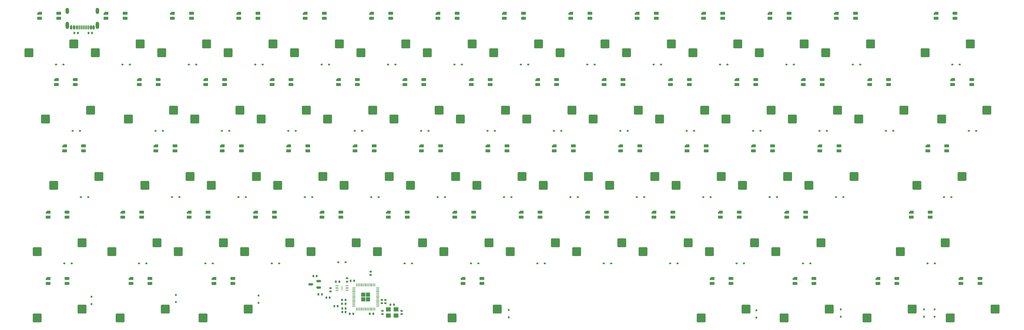
<source format=gbr>
%TF.GenerationSoftware,KiCad,Pcbnew,8.0.3*%
%TF.CreationDate,2024-11-03T23:45:20+08:00*%
%TF.ProjectId,PH60_Rev2,50483630-5f52-4657-9632-2e6b69636164,rev?*%
%TF.SameCoordinates,Original*%
%TF.FileFunction,Paste,Bot*%
%TF.FilePolarity,Positive*%
%FSLAX46Y46*%
G04 Gerber Fmt 4.6, Leading zero omitted, Abs format (unit mm)*
G04 Created by KiCad (PCBNEW 8.0.3) date 2024-11-03 23:45:20*
%MOMM*%
%LPD*%
G01*
G04 APERTURE LIST*
G04 Aperture macros list*
%AMRoundRect*
0 Rectangle with rounded corners*
0 $1 Rounding radius*
0 $2 $3 $4 $5 $6 $7 $8 $9 X,Y pos of 4 corners*
0 Add a 4 corners polygon primitive as box body*
4,1,4,$2,$3,$4,$5,$6,$7,$8,$9,$2,$3,0*
0 Add four circle primitives for the rounded corners*
1,1,$1+$1,$2,$3*
1,1,$1+$1,$4,$5*
1,1,$1+$1,$6,$7*
1,1,$1+$1,$8,$9*
0 Add four rect primitives between the rounded corners*
20,1,$1+$1,$2,$3,$4,$5,0*
20,1,$1+$1,$4,$5,$6,$7,0*
20,1,$1+$1,$6,$7,$8,$9,0*
20,1,$1+$1,$8,$9,$2,$3,0*%
%AMFreePoly0*
4,1,18,-0.410000,0.593000,-0.403758,0.624380,-0.385983,0.650983,-0.359380,0.668758,-0.328000,0.675000,0.328000,0.675000,0.359380,0.668758,0.385983,0.650983,0.403758,0.624380,0.410000,0.593000,0.410000,-0.593000,0.403758,-0.624380,0.385983,-0.650983,0.359380,-0.668758,0.328000,-0.675000,0.000000,-0.675000,-0.410000,-0.265000,-0.410000,0.593000,-0.410000,0.593000,$1*%
%AMFreePoly1*
4,1,19,0.563745,0.600348,0.608674,0.548497,0.619677,0.497915,0.619677,-0.497915,0.600348,-0.563745,0.548497,-0.608674,0.497915,-0.619677,-0.497915,-0.619677,-0.563745,-0.600348,-0.608674,-0.548497,-0.619677,-0.497915,-0.619677,0.397045,-0.600348,0.462875,-0.584014,0.483144,-0.483144,0.584014,-0.422927,0.616894,-0.397045,0.619677,0.497915,0.619677,0.563745,0.600348,0.563745,0.600348,
$1*%
%AMFreePoly2*
4,1,19,0.563745,0.600348,0.608674,0.548497,0.619677,0.497915,0.619677,-0.497915,0.600348,-0.563745,0.548497,-0.608674,0.497915,-0.619677,-0.397045,-0.619677,-0.462875,-0.600348,-0.483144,-0.584014,-0.584014,-0.483144,-0.616894,-0.422927,-0.619677,-0.397045,-0.619677,0.497915,-0.600348,0.563745,-0.548497,0.608674,-0.497915,0.619677,0.497915,0.619677,0.563745,0.600348,0.563745,0.600348,
$1*%
%AMFreePoly3*
4,1,19,0.462875,0.600348,0.483144,0.584014,0.584014,0.483144,0.616894,0.422927,0.619677,0.397045,0.619677,-0.497915,0.600348,-0.563745,0.548497,-0.608674,0.497915,-0.619677,-0.497915,-0.619677,-0.563745,-0.600348,-0.608674,-0.548497,-0.619677,-0.497915,-0.619677,0.497915,-0.600348,0.563745,-0.548497,0.608674,-0.497915,0.619677,0.397045,0.619677,0.462875,0.600348,0.462875,0.600348,
$1*%
%AMFreePoly4*
4,1,19,0.563745,0.600348,0.608674,0.548497,0.619677,0.497915,0.619677,-0.397045,0.600348,-0.462875,0.584014,-0.483144,0.483144,-0.584014,0.422927,-0.616894,0.397045,-0.619677,-0.497915,-0.619677,-0.563745,-0.600348,-0.608674,-0.548497,-0.619677,-0.497915,-0.619677,0.497915,-0.600348,0.563745,-0.548497,0.608674,-0.497915,0.619677,0.497915,0.619677,0.563745,0.600348,0.563745,0.600348,
$1*%
G04 Aperture macros list end*
%ADD10RoundRect,0.250000X1.025000X1.000000X-1.025000X1.000000X-1.025000X-1.000000X1.025000X-1.000000X0*%
%ADD11RoundRect,0.112500X-0.187500X-0.112500X0.187500X-0.112500X0.187500X0.112500X-0.187500X0.112500X0*%
%ADD12RoundRect,0.082000X-0.593000X0.328000X-0.593000X-0.328000X0.593000X-0.328000X0.593000X0.328000X0*%
%ADD13FreePoly0,270.000000*%
%ADD14RoundRect,0.140000X0.140000X0.170000X-0.140000X0.170000X-0.140000X-0.170000X0.140000X-0.170000X0*%
%ADD15RoundRect,0.140000X-0.170000X0.140000X-0.170000X-0.140000X0.170000X-0.140000X0.170000X0.140000X0*%
%ADD16RoundRect,0.112500X-0.112500X0.187500X-0.112500X-0.187500X0.112500X-0.187500X0.112500X0.187500X0*%
%ADD17RoundRect,0.140000X-0.140000X-0.170000X0.140000X-0.170000X0.140000X0.170000X-0.140000X0.170000X0*%
%ADD18RoundRect,0.150000X0.512500X0.150000X-0.512500X0.150000X-0.512500X-0.150000X0.512500X-0.150000X0*%
%ADD19FreePoly1,270.000000*%
%ADD20FreePoly2,270.000000*%
%ADD21FreePoly3,270.000000*%
%ADD22FreePoly4,270.000000*%
%ADD23RoundRect,0.050000X-0.050000X0.387500X-0.050000X-0.387500X0.050000X-0.387500X0.050000X0.387500X0*%
%ADD24RoundRect,0.050000X-0.387500X0.050000X-0.387500X-0.050000X0.387500X-0.050000X0.387500X0.050000X0*%
%ADD25RoundRect,0.135000X-0.135000X-0.185000X0.135000X-0.185000X0.135000X0.185000X-0.135000X0.185000X0*%
%ADD26RoundRect,0.112500X0.112500X-0.187500X0.112500X0.187500X-0.112500X0.187500X-0.112500X-0.187500X0*%
%ADD27RoundRect,0.135000X0.135000X0.185000X-0.135000X0.185000X-0.135000X-0.185000X0.135000X-0.185000X0*%
%ADD28RoundRect,0.140000X0.170000X-0.140000X0.170000X0.140000X-0.170000X0.140000X-0.170000X-0.140000X0*%
%ADD29RoundRect,0.040000X0.040000X0.605000X-0.040000X0.605000X-0.040000X-0.605000X0.040000X-0.605000X0*%
%ADD30RoundRect,0.062500X0.387500X0.062500X-0.387500X0.062500X-0.387500X-0.062500X0.387500X-0.062500X0*%
%ADD31RoundRect,0.135000X-0.185000X0.135000X-0.185000X-0.135000X0.185000X-0.135000X0.185000X0.135000X0*%
%ADD32RoundRect,0.150000X-0.150000X-0.425000X0.150000X-0.425000X0.150000X0.425000X-0.150000X0.425000X0*%
%ADD33RoundRect,0.075000X-0.075000X-0.500000X0.075000X-0.500000X0.075000X0.500000X-0.075000X0.500000X0*%
%ADD34O,1.000000X1.800000*%
%ADD35O,1.000000X2.100000*%
%ADD36R,1.400000X1.200000*%
G04 APERTURE END LIST*
D10*
%TO.C,S30*%
X78522500Y-78740000D03*
X65595500Y-81280000D03*
%TD*%
%TO.C,S27*%
X283310000Y-59690000D03*
X270383000Y-62230000D03*
%TD*%
%TO.C,S42*%
X47566250Y-97790000D03*
X34639250Y-100330000D03*
%TD*%
%TO.C,S32*%
X116622500Y-78740000D03*
X103695500Y-81280000D03*
%TD*%
%TO.C,S38*%
X230922500Y-78740000D03*
X217995500Y-81280000D03*
%TD*%
%TO.C,S35*%
X173772500Y-78740000D03*
X160845500Y-81280000D03*
%TD*%
%TO.C,S4*%
X102335000Y-40640000D03*
X89408000Y-43180000D03*
%TD*%
%TO.C,S2*%
X64235000Y-40640000D03*
X51308000Y-43180000D03*
%TD*%
%TO.C,S22*%
X188060000Y-59690000D03*
X175133000Y-62230000D03*
%TD*%
%TO.C,S28*%
X307122500Y-59690000D03*
X294195500Y-62230000D03*
%TD*%
%TO.C,S46*%
X126147500Y-97790000D03*
X113220500Y-100330000D03*
%TD*%
%TO.C,S1*%
X45185000Y-40640000D03*
X32258000Y-43180000D03*
%TD*%
%TO.C,S54*%
X295216250Y-97790000D03*
X282289250Y-100330000D03*
%TD*%
%TO.C,S10*%
X216635000Y-40640000D03*
X203708000Y-43180000D03*
%TD*%
%TO.C,S34*%
X154722500Y-78740000D03*
X141795500Y-81280000D03*
%TD*%
%TO.C,S15*%
X49947500Y-59690000D03*
X37020500Y-62230000D03*
%TD*%
%TO.C,S56*%
X71378750Y-116840000D03*
X58451750Y-119380000D03*
%TD*%
%TO.C,S20*%
X149960000Y-59690000D03*
X137033000Y-62230000D03*
%TD*%
%TO.C,S17*%
X92810000Y-59690000D03*
X79883000Y-62230000D03*
%TD*%
%TO.C,S31*%
X97572500Y-78740000D03*
X84645500Y-81280000D03*
%TD*%
%TO.C,S48*%
X164247500Y-97790000D03*
X151320500Y-100330000D03*
%TD*%
%TO.C,S51*%
X221397500Y-97790000D03*
X208470500Y-100330000D03*
%TD*%
%TO.C,S23*%
X207110000Y-59690000D03*
X194183000Y-62230000D03*
%TD*%
%TO.C,S50*%
X202347500Y-97790000D03*
X189420500Y-100330000D03*
%TD*%
%TO.C,S18*%
X111860000Y-59690000D03*
X98933000Y-62230000D03*
%TD*%
%TO.C,S33*%
X135672500Y-78740000D03*
X122745500Y-81280000D03*
%TD*%
%TO.C,S61*%
X285691250Y-116840000D03*
X272764250Y-119380000D03*
%TD*%
%TO.C,S16*%
X73760000Y-59690000D03*
X60833000Y-62230000D03*
%TD*%
%TO.C,S60*%
X261878750Y-116840000D03*
X248951750Y-119380000D03*
%TD*%
%TO.C,S58*%
X166628750Y-116840000D03*
X153701750Y-119380000D03*
%TD*%
%TO.C,S24*%
X226160000Y-59690000D03*
X213233000Y-62230000D03*
%TD*%
%TO.C,S29*%
X52328750Y-78740000D03*
X39401750Y-81280000D03*
%TD*%
%TO.C,S37*%
X211872500Y-78740000D03*
X198945500Y-81280000D03*
%TD*%
%TO.C,S43*%
X68997500Y-97790000D03*
X56070500Y-100330000D03*
%TD*%
%TO.C,S3*%
X83285000Y-40640000D03*
X70358000Y-43180000D03*
%TD*%
%TO.C,S36*%
X192822500Y-78740000D03*
X179895500Y-81280000D03*
%TD*%
%TO.C,S6*%
X140435000Y-40640000D03*
X127508000Y-43180000D03*
%TD*%
%TO.C,S55*%
X47566250Y-116840000D03*
X34639250Y-119380000D03*
%TD*%
%TO.C,S25*%
X245210000Y-59690000D03*
X232283000Y-62230000D03*
%TD*%
%TO.C,S9*%
X197585000Y-40640000D03*
X184658000Y-43180000D03*
%TD*%
%TO.C,S26*%
X264260000Y-59690000D03*
X251333000Y-62230000D03*
%TD*%
%TO.C,S11*%
X235685000Y-40640000D03*
X222758000Y-43180000D03*
%TD*%
%TO.C,S59*%
X238066250Y-116840000D03*
X225139250Y-119380000D03*
%TD*%
%TO.C,S53*%
X259497500Y-97790000D03*
X246570500Y-100330000D03*
%TD*%
%TO.C,S12*%
X254735000Y-40640000D03*
X241808000Y-43180000D03*
%TD*%
%TO.C,S57*%
X95191250Y-116840000D03*
X82264250Y-119380000D03*
%TD*%
%TO.C,S8*%
X178535000Y-40640000D03*
X165608000Y-43180000D03*
%TD*%
%TO.C,S13*%
X273785000Y-40640000D03*
X260858000Y-43180000D03*
%TD*%
%TO.C,S14*%
X302360000Y-40640000D03*
X289433000Y-43180000D03*
%TD*%
%TO.C,S21*%
X169010000Y-59690000D03*
X156083000Y-62230000D03*
%TD*%
%TO.C,S19*%
X130910000Y-59690000D03*
X117983000Y-62230000D03*
%TD*%
%TO.C,S5*%
X121385000Y-40640000D03*
X108458000Y-43180000D03*
%TD*%
%TO.C,S45*%
X107097500Y-97790000D03*
X94170500Y-100330000D03*
%TD*%
%TO.C,S62*%
X309503750Y-116840000D03*
X296576750Y-119380000D03*
%TD*%
%TO.C,S52*%
X240447500Y-97790000D03*
X227520500Y-100330000D03*
%TD*%
%TO.C,S7*%
X159485000Y-40640000D03*
X146558000Y-43180000D03*
%TD*%
%TO.C,S41*%
X299978750Y-78740000D03*
X287051750Y-81280000D03*
%TD*%
%TO.C,S49*%
X183297500Y-97790000D03*
X170370500Y-100330000D03*
%TD*%
%TO.C,S44*%
X88047500Y-97790000D03*
X75120500Y-100330000D03*
%TD*%
%TO.C,S39*%
X249972500Y-78740000D03*
X237045500Y-81280000D03*
%TD*%
%TO.C,S40*%
X269022500Y-78740000D03*
X256095500Y-81280000D03*
%TD*%
%TO.C,S47*%
X145197500Y-97790000D03*
X132270500Y-100330000D03*
%TD*%
D11*
%TO.C,D21*%
X163874999Y-65650000D03*
X165974999Y-65650000D03*
%TD*%
D12*
%TO.C,RGB20*%
X145600000Y-52400000D03*
X145600000Y-50900000D03*
D13*
X140150000Y-50900000D03*
D12*
X140150000Y-52400000D03*
%TD*%
D14*
%TO.C,C13*%
X125305000Y-118275000D03*
X124345000Y-118275000D03*
%TD*%
D15*
%TO.C,C3*%
X133737500Y-117370000D03*
X133737500Y-118330000D03*
%TD*%
D11*
%TO.C,D46*%
X121035000Y-103435000D03*
X123135000Y-103435000D03*
%TD*%
D16*
%TO.C,D55*%
X50225000Y-113335000D03*
X50225000Y-115435000D03*
%TD*%
D12*
%TO.C,RGB58*%
X162268750Y-109550000D03*
X162268750Y-108050000D03*
D13*
X156818750Y-108050000D03*
D12*
X156818750Y-109550000D03*
%TD*%
%TO.C,RGB14*%
X298000000Y-33350000D03*
X298000000Y-31850000D03*
D13*
X292550000Y-31850000D03*
D12*
X292550000Y-33350000D03*
%TD*%
D14*
%TO.C,C8*%
X120855000Y-116000000D03*
X119895000Y-116000000D03*
%TD*%
D17*
%TO.C,C18*%
X115370000Y-112625000D03*
X116330000Y-112625000D03*
%TD*%
D18*
%TO.C,U1*%
X115425000Y-108825000D03*
X115425000Y-110725000D03*
X113150000Y-109775000D03*
%TD*%
D12*
%TO.C,RGB55*%
X43206250Y-109550000D03*
X43206250Y-108050000D03*
D13*
X37756250Y-108050000D03*
D12*
X37756250Y-109550000D03*
%TD*%
D11*
%TO.C,D7*%
X154349999Y-46600000D03*
X156449999Y-46600000D03*
%TD*%
D19*
%TO.C,U3*%
X129575000Y-112725000D03*
D20*
X128225000Y-112725000D03*
D21*
X129575000Y-114075000D03*
D22*
X128225000Y-114075000D03*
D23*
X126300000Y-109962500D03*
X126700000Y-109962500D03*
X127100000Y-109962500D03*
X127500000Y-109962500D03*
X127900000Y-109962500D03*
X128300000Y-109962500D03*
X128700000Y-109962500D03*
X129100000Y-109962500D03*
X129500000Y-109962500D03*
X129900000Y-109962500D03*
X130300000Y-109962500D03*
X130700000Y-109962500D03*
X131100000Y-109962500D03*
X131500000Y-109962500D03*
D24*
X132337500Y-110800000D03*
X132337500Y-111200000D03*
X132337500Y-111600000D03*
X132337500Y-112000000D03*
X132337500Y-112400000D03*
X132337500Y-112800000D03*
X132337500Y-113200000D03*
X132337500Y-113600000D03*
X132337500Y-114000000D03*
X132337500Y-114400000D03*
X132337500Y-114800000D03*
X132337500Y-115200000D03*
X132337500Y-115600000D03*
X132337500Y-116000000D03*
D23*
X131500000Y-116837500D03*
X131100000Y-116837500D03*
X130700000Y-116837500D03*
X130300000Y-116837500D03*
X129900000Y-116837500D03*
X129500000Y-116837500D03*
X129100000Y-116837500D03*
X128700000Y-116837500D03*
X128300000Y-116837500D03*
X127900000Y-116837500D03*
X127500000Y-116837500D03*
X127100000Y-116837500D03*
X126700000Y-116837500D03*
X126300000Y-116837500D03*
D24*
X125462500Y-116000000D03*
X125462500Y-115600000D03*
X125462500Y-115200000D03*
X125462500Y-114800000D03*
X125462500Y-114400000D03*
X125462500Y-114000000D03*
X125462500Y-113600000D03*
X125462500Y-113200000D03*
X125462500Y-112800000D03*
X125462500Y-112400000D03*
X125462500Y-112000000D03*
X125462500Y-111600000D03*
X125462500Y-111200000D03*
X125462500Y-110800000D03*
%TD*%
D11*
%TO.C,D15*%
X44812499Y-65650000D03*
X46912499Y-65650000D03*
%TD*%
D12*
%TO.C,RGB57*%
X90831250Y-109550000D03*
X90831250Y-108050000D03*
D13*
X85381250Y-108050000D03*
D12*
X85381250Y-109550000D03*
%TD*%
%TO.C,RGB38*%
X226562500Y-71450000D03*
X226562500Y-69950000D03*
D13*
X221112500Y-69950000D03*
D12*
X221112500Y-71450000D03*
%TD*%
%TO.C,RGB37*%
X207512500Y-71450000D03*
X207512500Y-69950000D03*
D13*
X202062500Y-69950000D03*
D12*
X202062500Y-71450000D03*
%TD*%
D11*
%TO.C,D43*%
X63862499Y-103750000D03*
X65962499Y-103750000D03*
%TD*%
%TO.C,D22*%
X182924999Y-65650000D03*
X185024999Y-65650000D03*
%TD*%
%TO.C,D44*%
X82912499Y-103750000D03*
X85012499Y-103750000D03*
%TD*%
D25*
%TO.C,R5*%
X135977500Y-115600000D03*
X136997500Y-115600000D03*
%TD*%
D12*
%TO.C,RGB52*%
X236087500Y-90500000D03*
X236087500Y-89000000D03*
D13*
X230637500Y-89000000D03*
D12*
X230637500Y-90500000D03*
%TD*%
D25*
%TO.C,R7*%
X49375000Y-37575000D03*
X50395000Y-37575000D03*
%TD*%
D26*
%TO.C,D58*%
X169975000Y-119215000D03*
X169975000Y-117115000D03*
%TD*%
D11*
%TO.C,D20*%
X144824999Y-65650000D03*
X146924999Y-65650000D03*
%TD*%
D12*
%TO.C,RGB3*%
X78925000Y-33350000D03*
X78925000Y-31850000D03*
D13*
X73475000Y-31850000D03*
D12*
X73475000Y-33350000D03*
%TD*%
%TO.C,RGB60*%
X257518750Y-109550000D03*
X257518750Y-108050000D03*
D13*
X252068750Y-108050000D03*
D12*
X252068750Y-109550000D03*
%TD*%
%TO.C,RGB5*%
X117025000Y-33350000D03*
X117025000Y-31850000D03*
D13*
X111575000Y-31850000D03*
D12*
X111575000Y-33350000D03*
%TD*%
%TO.C,RGB16*%
X69400000Y-52400000D03*
X69400000Y-50900000D03*
D13*
X63950000Y-50900000D03*
D12*
X63950000Y-52400000D03*
%TD*%
D11*
%TO.C,D19*%
X125774999Y-65650000D03*
X127874999Y-65650000D03*
%TD*%
D14*
%TO.C,C16*%
X118567500Y-113600000D03*
X117607500Y-113600000D03*
%TD*%
D11*
%TO.C,D4*%
X97199999Y-46600000D03*
X99299999Y-46600000D03*
%TD*%
%TO.C,D13*%
X268649999Y-46600000D03*
X270749999Y-46600000D03*
%TD*%
%TO.C,D29*%
X47193749Y-84700000D03*
X49293749Y-84700000D03*
%TD*%
D12*
%TO.C,RGB24*%
X221800000Y-52400000D03*
X221800000Y-50900000D03*
D13*
X216350000Y-50900000D03*
D12*
X216350000Y-52400000D03*
%TD*%
D11*
%TO.C,D11*%
X230549999Y-46600000D03*
X232649999Y-46600000D03*
%TD*%
D17*
%TO.C,C5*%
X120357500Y-109000000D03*
X121317500Y-109000000D03*
%TD*%
D12*
%TO.C,RGB18*%
X107500000Y-52400000D03*
X107500000Y-50900000D03*
D13*
X102050000Y-50900000D03*
D12*
X102050000Y-52400000D03*
%TD*%
%TO.C,RGB27*%
X278950000Y-52400000D03*
X278950000Y-50900000D03*
D13*
X273500000Y-50900000D03*
D12*
X273500000Y-52400000D03*
%TD*%
%TO.C,RGB34*%
X150362500Y-71450000D03*
X150362500Y-69950000D03*
D13*
X144912500Y-69950000D03*
D12*
X144912500Y-71450000D03*
%TD*%
%TO.C,RGB47*%
X140837500Y-90500000D03*
X140837500Y-89000000D03*
D13*
X135387500Y-89000000D03*
D12*
X135387500Y-90500000D03*
%TD*%
D17*
%TO.C,C9*%
X130107500Y-118250000D03*
X131067500Y-118250000D03*
%TD*%
D11*
%TO.C,D2*%
X59099999Y-46600000D03*
X61199999Y-46600000D03*
%TD*%
D12*
%TO.C,RGB29*%
X47968750Y-71450000D03*
X47968750Y-69950000D03*
D13*
X42518750Y-69950000D03*
D12*
X42518750Y-71450000D03*
%TD*%
%TO.C,RGB7*%
X155125000Y-33350000D03*
X155125000Y-31850000D03*
D13*
X149675000Y-31850000D03*
D12*
X149675000Y-33350000D03*
%TD*%
D11*
%TO.C,D34*%
X149587499Y-84700000D03*
X151687499Y-84700000D03*
%TD*%
D12*
%TO.C,RGB48*%
X159887500Y-90500000D03*
X159887500Y-89000000D03*
D13*
X154437500Y-89000000D03*
D12*
X154437500Y-90500000D03*
%TD*%
D11*
%TO.C,D27*%
X278174999Y-65650000D03*
X280274999Y-65650000D03*
%TD*%
D12*
%TO.C,RGB4*%
X97975000Y-33350000D03*
X97975000Y-31850000D03*
D13*
X92525000Y-31850000D03*
D12*
X92525000Y-33350000D03*
%TD*%
%TO.C,RGB17*%
X88450000Y-52400000D03*
X88450000Y-50900000D03*
D13*
X83000000Y-50900000D03*
D12*
X83000000Y-52400000D03*
%TD*%
%TO.C,RGB9*%
X193225000Y-33350000D03*
X193225000Y-31850000D03*
D13*
X187775000Y-31850000D03*
D12*
X187775000Y-33350000D03*
%TD*%
%TO.C,RGB59*%
X233706250Y-109550000D03*
X233706250Y-108050000D03*
D13*
X228256250Y-108050000D03*
D12*
X228256250Y-109550000D03*
%TD*%
D25*
%TO.C,R3*%
X122135000Y-114285000D03*
X123155000Y-114285000D03*
%TD*%
D11*
%TO.C,D18*%
X106724999Y-65650000D03*
X108824999Y-65650000D03*
%TD*%
%TO.C,D30*%
X73387499Y-84700000D03*
X75487499Y-84700000D03*
%TD*%
D16*
%TO.C,D57*%
X98165000Y-112987500D03*
X98165000Y-115087500D03*
%TD*%
D11*
%TO.C,D45*%
X101962499Y-103750000D03*
X104062499Y-103750000D03*
%TD*%
D12*
%TO.C,RGB35*%
X169412500Y-71450000D03*
X169412500Y-69950000D03*
D13*
X163962500Y-69950000D03*
D12*
X163962500Y-71450000D03*
%TD*%
D14*
%TO.C,C14*%
X125567500Y-108750000D03*
X124607500Y-108750000D03*
%TD*%
%TO.C,C10*%
X123130000Y-116675000D03*
X122170000Y-116675000D03*
%TD*%
D11*
%TO.C,D31*%
X92437499Y-84700000D03*
X94537499Y-84700000D03*
%TD*%
D26*
%TO.C,D61*%
X289055000Y-119042500D03*
X289055000Y-116942500D03*
%TD*%
D27*
%TO.C,R6*%
X46375000Y-37575000D03*
X45355000Y-37575000D03*
%TD*%
D11*
%TO.C,D16*%
X68624999Y-65650000D03*
X70724999Y-65650000D03*
%TD*%
D12*
%TO.C,RGB46*%
X121787500Y-90500000D03*
X121787500Y-89000000D03*
D13*
X116337500Y-89000000D03*
D12*
X116337500Y-90500000D03*
%TD*%
D11*
%TO.C,D6*%
X135299999Y-46600000D03*
X137399999Y-46600000D03*
%TD*%
%TO.C,D48*%
X159112499Y-103750000D03*
X161212499Y-103750000D03*
%TD*%
D12*
%TO.C,RGB44*%
X83687500Y-90500000D03*
X83687500Y-89000000D03*
D13*
X78237500Y-89000000D03*
D12*
X78237500Y-90500000D03*
%TD*%
%TO.C,RGB23*%
X202750000Y-52400000D03*
X202750000Y-50900000D03*
D13*
X197300000Y-50900000D03*
D12*
X197300000Y-52400000D03*
%TD*%
%TO.C,RGB50*%
X197987500Y-90500000D03*
X197987500Y-89000000D03*
D13*
X192537500Y-89000000D03*
D12*
X192537500Y-90500000D03*
%TD*%
%TO.C,RGB33*%
X131312500Y-71450000D03*
X131312500Y-69950000D03*
D13*
X125862500Y-69950000D03*
D12*
X125862500Y-71450000D03*
%TD*%
%TO.C,RGB26*%
X259900000Y-52400000D03*
X259900000Y-50900000D03*
D13*
X254450000Y-50900000D03*
D12*
X254450000Y-52400000D03*
%TD*%
D11*
%TO.C,D24*%
X221024999Y-65650000D03*
X223124999Y-65650000D03*
%TD*%
D28*
%TO.C,C2*%
X139237500Y-118330000D03*
X139237500Y-117370000D03*
%TD*%
D11*
%TO.C,D35*%
X168637499Y-84700000D03*
X170737499Y-84700000D03*
%TD*%
D12*
%TO.C,RGB61*%
X281331250Y-109550000D03*
X281331250Y-108050000D03*
D13*
X275881250Y-108050000D03*
D12*
X275881250Y-109550000D03*
%TD*%
D11*
%TO.C,D38*%
X225787499Y-84700000D03*
X227887499Y-84700000D03*
%TD*%
D12*
%TO.C,RGB62*%
X305143750Y-109550000D03*
X305143750Y-108050000D03*
D13*
X299693750Y-108050000D03*
D12*
X299693750Y-109550000D03*
%TD*%
%TO.C,RGB49*%
X178937500Y-90500000D03*
X178937500Y-89000000D03*
D13*
X173487500Y-89000000D03*
D12*
X173487500Y-90500000D03*
%TD*%
D15*
%TO.C,C12*%
X134587500Y-114250000D03*
X134587500Y-115210000D03*
%TD*%
D12*
%TO.C,RGB28*%
X302762500Y-52400000D03*
X302762500Y-50900000D03*
D13*
X297312500Y-50900000D03*
D12*
X297312500Y-52400000D03*
%TD*%
D26*
%TO.C,D62*%
X292125000Y-119062500D03*
X292125000Y-116962500D03*
%TD*%
D12*
%TO.C,RGB13*%
X269425000Y-33350000D03*
X269425000Y-31850000D03*
D13*
X263975000Y-31850000D03*
D12*
X263975000Y-33350000D03*
%TD*%
%TO.C,RGB12*%
X250375000Y-33350000D03*
X250375000Y-31850000D03*
D13*
X244925000Y-31850000D03*
D12*
X244925000Y-33350000D03*
%TD*%
D14*
%TO.C,C11*%
X123155000Y-117725000D03*
X122195000Y-117725000D03*
%TD*%
D12*
%TO.C,RGB54*%
X290856250Y-90500000D03*
X290856250Y-89000000D03*
D13*
X285406250Y-89000000D03*
D12*
X285406250Y-90500000D03*
%TD*%
%TO.C,RGB41*%
X295618750Y-71450000D03*
X295618750Y-69950000D03*
D13*
X290168750Y-69950000D03*
D12*
X290168750Y-71450000D03*
%TD*%
%TO.C,RGB2*%
X59875000Y-33350000D03*
X59875000Y-31850000D03*
D13*
X54425000Y-31850000D03*
D12*
X54425000Y-33350000D03*
%TD*%
%TO.C,RGB43*%
X64637500Y-90500000D03*
X64637500Y-89000000D03*
D13*
X59187500Y-89000000D03*
D12*
X59187500Y-90500000D03*
%TD*%
%TO.C,RGB1*%
X40825000Y-33350000D03*
X40825000Y-31850000D03*
D13*
X35375000Y-31850000D03*
D12*
X35375000Y-33350000D03*
%TD*%
D16*
%TO.C,D56*%
X74465000Y-112785000D03*
X74465000Y-114885000D03*
%TD*%
D28*
%TO.C,C15*%
X130325000Y-107075000D03*
X130325000Y-106115000D03*
%TD*%
D11*
%TO.C,D49*%
X178162499Y-103750000D03*
X180262499Y-103750000D03*
%TD*%
D12*
%TO.C,RGB40*%
X264662500Y-71450000D03*
X264662500Y-69950000D03*
D13*
X259212500Y-69950000D03*
D12*
X259212500Y-71450000D03*
%TD*%
%TO.C,RGB22*%
X183700000Y-52400000D03*
X183700000Y-50900000D03*
D13*
X178250000Y-50900000D03*
D12*
X178250000Y-52400000D03*
%TD*%
D26*
%TO.C,D59*%
X240985000Y-119355000D03*
X240985000Y-117255000D03*
%TD*%
D25*
%TO.C,R4*%
X122125000Y-115365000D03*
X123145000Y-115365000D03*
%TD*%
D12*
%TO.C,RGB6*%
X136075000Y-33350000D03*
X136075000Y-31850000D03*
D13*
X130625000Y-31850000D03*
D12*
X130625000Y-33350000D03*
%TD*%
D11*
%TO.C,D54*%
X290081249Y-103750000D03*
X292181249Y-103750000D03*
%TD*%
%TO.C,D17*%
X87674999Y-65650000D03*
X89774999Y-65650000D03*
%TD*%
D12*
%TO.C,RGB53*%
X255137500Y-90500000D03*
X255137500Y-89000000D03*
D13*
X249687500Y-89000000D03*
D12*
X249687500Y-90500000D03*
%TD*%
D26*
%TO.C,D60*%
X265225000Y-119042500D03*
X265225000Y-116942500D03*
%TD*%
D29*
%TO.C,U2*%
X122137500Y-110825000D03*
D30*
X123562500Y-110075000D03*
X123562500Y-110575000D03*
X123562500Y-111075000D03*
X123562500Y-111575000D03*
X120712500Y-111575000D03*
X120712500Y-111075000D03*
X120712500Y-110575000D03*
X120712500Y-110075000D03*
%TD*%
D12*
%TO.C,RGB45*%
X102737500Y-90500000D03*
X102737500Y-89000000D03*
D13*
X97287500Y-89000000D03*
D12*
X97287500Y-90500000D03*
%TD*%
D31*
%TO.C,R1*%
X123562500Y-108000000D03*
X123562500Y-109020000D03*
%TD*%
D32*
%TO.C,J1*%
X44425000Y-35930000D03*
X45225000Y-35930000D03*
D33*
X46375000Y-35930000D03*
X47375000Y-35930000D03*
X47875000Y-35930000D03*
X48875000Y-35930000D03*
D32*
X50025000Y-35930000D03*
X50825000Y-35930000D03*
X50825000Y-35930000D03*
X50025000Y-35930000D03*
D33*
X49375000Y-35930000D03*
X48375000Y-35930000D03*
X46875000Y-35930000D03*
X45875000Y-35930000D03*
D32*
X45225000Y-35930000D03*
X44425000Y-35930000D03*
D34*
X43305000Y-31175000D03*
D35*
X43305000Y-35355000D03*
D34*
X51945000Y-31175000D03*
D35*
X51945000Y-35355000D03*
%TD*%
D12*
%TO.C,RGB56*%
X67018750Y-109550000D03*
X67018750Y-108050000D03*
D13*
X61568750Y-108050000D03*
D12*
X61568750Y-109550000D03*
%TD*%
%TO.C,RGB31*%
X93212500Y-71450000D03*
X93212500Y-69950000D03*
D13*
X87762500Y-69950000D03*
D12*
X87762500Y-71450000D03*
%TD*%
D28*
%TO.C,C7*%
X118837500Y-111795758D03*
X118837500Y-110835758D03*
%TD*%
D11*
%TO.C,D26*%
X259124999Y-65650000D03*
X261224999Y-65650000D03*
%TD*%
D12*
%TO.C,RGB25*%
X240850000Y-52400000D03*
X240850000Y-50900000D03*
D13*
X235400000Y-50900000D03*
D12*
X235400000Y-52400000D03*
%TD*%
D11*
%TO.C,D5*%
X116249999Y-46600000D03*
X118349999Y-46600000D03*
%TD*%
D12*
%TO.C,RGB10*%
X212275000Y-33350000D03*
X212275000Y-31850000D03*
D13*
X206825000Y-31850000D03*
D12*
X206825000Y-33350000D03*
%TD*%
D11*
%TO.C,D12*%
X249599999Y-46600000D03*
X251699999Y-46600000D03*
%TD*%
D12*
%TO.C,RGB51*%
X217037500Y-90500000D03*
X217037500Y-89000000D03*
D13*
X211587500Y-89000000D03*
D12*
X211587500Y-90500000D03*
%TD*%
D11*
%TO.C,D9*%
X192449999Y-46600000D03*
X194549999Y-46600000D03*
%TD*%
D12*
%TO.C,RGB8*%
X174175000Y-33350000D03*
X174175000Y-31850000D03*
D13*
X168725000Y-31850000D03*
D12*
X168725000Y-33350000D03*
%TD*%
D11*
%TO.C,D25*%
X240074999Y-65650000D03*
X242174999Y-65650000D03*
%TD*%
D15*
%TO.C,C6*%
X133587500Y-114250000D03*
X133587500Y-115210000D03*
%TD*%
D11*
%TO.C,D53*%
X254362499Y-103750000D03*
X256462499Y-103750000D03*
%TD*%
%TO.C,D23*%
X201974999Y-65650000D03*
X204074999Y-65650000D03*
%TD*%
%TO.C,D28*%
X301987499Y-65650000D03*
X304087499Y-65650000D03*
%TD*%
D36*
%TO.C,Y1*%
X135387500Y-117000000D03*
X137587500Y-117000000D03*
X137587500Y-118700000D03*
X135387500Y-118700000D03*
%TD*%
D12*
%TO.C,RGB15*%
X45587500Y-52400000D03*
X45587500Y-50900000D03*
D13*
X40137500Y-50900000D03*
D12*
X40137500Y-52400000D03*
%TD*%
%TO.C,RGB11*%
X231325000Y-33350000D03*
X231325000Y-31850000D03*
D13*
X225875000Y-31850000D03*
D12*
X225875000Y-33350000D03*
%TD*%
D11*
%TO.C,D32*%
X111487499Y-84700000D03*
X113587499Y-84700000D03*
%TD*%
D12*
%TO.C,RGB32*%
X112262500Y-71450000D03*
X112262500Y-69950000D03*
D13*
X106812500Y-69950000D03*
D12*
X106812500Y-71450000D03*
%TD*%
D11*
%TO.C,D3*%
X78149999Y-46600000D03*
X80249999Y-46600000D03*
%TD*%
D12*
%TO.C,RGB19*%
X126550000Y-52400000D03*
X126550000Y-50900000D03*
D13*
X121100000Y-50900000D03*
D12*
X121100000Y-52400000D03*
%TD*%
D11*
%TO.C,D42*%
X42431249Y-103750000D03*
X44531249Y-103750000D03*
%TD*%
%TO.C,D36*%
X187687499Y-84700000D03*
X189787499Y-84700000D03*
%TD*%
%TO.C,D33*%
X130537499Y-84700000D03*
X132637499Y-84700000D03*
%TD*%
D12*
%TO.C,RGB30*%
X74162500Y-71450000D03*
X74162500Y-69950000D03*
D13*
X68712500Y-69950000D03*
D12*
X68712500Y-71450000D03*
%TD*%
D11*
%TO.C,D10*%
X211499999Y-46600000D03*
X213599999Y-46600000D03*
%TD*%
D12*
%TO.C,RGB42*%
X43206250Y-90500000D03*
X43206250Y-89000000D03*
D13*
X37756250Y-89000000D03*
D12*
X37756250Y-90500000D03*
%TD*%
D11*
%TO.C,D1*%
X40049999Y-46600000D03*
X42149999Y-46600000D03*
%TD*%
D12*
%TO.C,RGB39*%
X245612500Y-71450000D03*
X245612500Y-69950000D03*
D13*
X240162500Y-69950000D03*
D12*
X240162500Y-71450000D03*
%TD*%
D11*
%TO.C,D39*%
X244837499Y-84700000D03*
X246937499Y-84700000D03*
%TD*%
%TO.C,D14*%
X297224999Y-46600000D03*
X299324999Y-46600000D03*
%TD*%
%TO.C,D51*%
X216262499Y-103750000D03*
X218362499Y-103750000D03*
%TD*%
%TO.C,D41*%
X294843749Y-84700000D03*
X296943749Y-84700000D03*
%TD*%
D12*
%TO.C,RGB21*%
X164650000Y-52400000D03*
X164650000Y-50900000D03*
D13*
X159200000Y-50900000D03*
D12*
X159200000Y-52400000D03*
%TD*%
D11*
%TO.C,D47*%
X140062499Y-103750000D03*
X142162499Y-103750000D03*
%TD*%
%TO.C,D40*%
X263887499Y-84700000D03*
X265987499Y-84700000D03*
%TD*%
%TO.C,D37*%
X206737499Y-84700000D03*
X208837499Y-84700000D03*
%TD*%
%TO.C,D52*%
X235312499Y-103750000D03*
X237412499Y-103750000D03*
%TD*%
%TO.C,D50*%
X197212499Y-103750000D03*
X199312499Y-103750000D03*
%TD*%
D12*
%TO.C,RGB36*%
X188462500Y-71450000D03*
X188462500Y-69950000D03*
D13*
X183012500Y-69950000D03*
D12*
X183012500Y-71450000D03*
%TD*%
D17*
%TO.C,C17*%
X113890000Y-107425000D03*
X114850000Y-107425000D03*
%TD*%
D11*
%TO.C,D8*%
X173399999Y-46600000D03*
X175499999Y-46600000D03*
%TD*%
M02*

</source>
